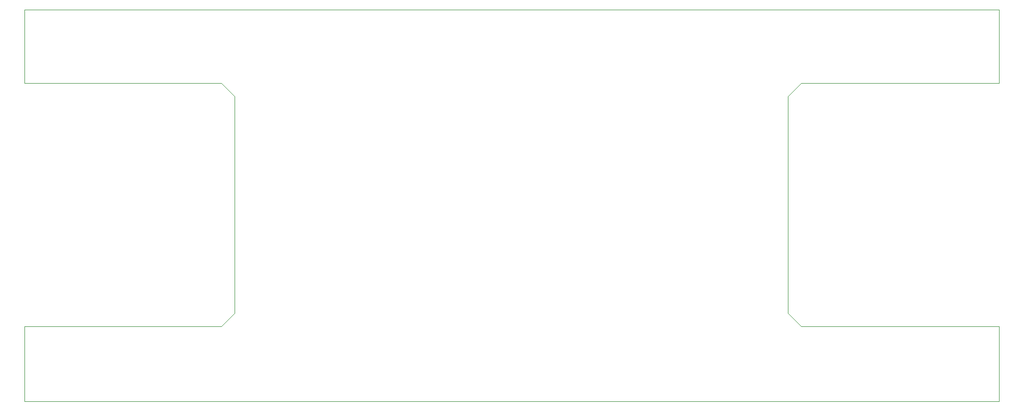
<source format=gbr>
%TF.GenerationSoftware,Altium Limited,Altium Designer,19.1.8 (144)*%
G04 Layer_Color=0*
%FSLAX26Y26*%
%MOIN*%
%TF.FileFunction,Profile,NP*%
%TF.Part,Single*%
G01*
G75*
%TA.AperFunction,Profile*%
%ADD34C,0.001000*%
D34*
X6369291Y2078740D02*
X5077756D01*
X4991142Y1992126D01*
Y573819D01*
X5077756Y487205D01*
X6369291D01*
Y0D01*
X0D01*
Y487205D01*
X1288386D01*
X1375000Y573819D01*
Y1992126D01*
X1288386Y2078740D01*
X0D01*
Y2559055D01*
X6369291D01*
Y2078740D01*
%TF.MD5,dde317b10974b7a06f357b7024ea41e4*%
M02*

</source>
